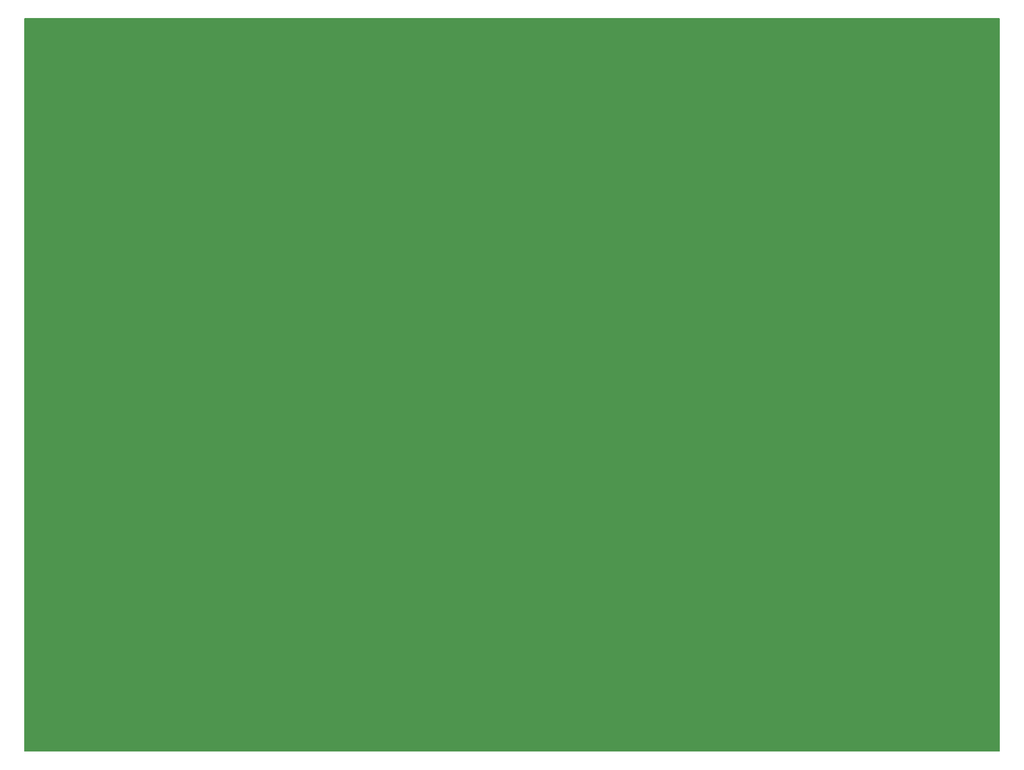
<source format=gbr>
%TF.GenerationSoftware,KiCad,Pcbnew,(7.0.0-0)*%
%TF.CreationDate,2023-04-09T16:08:55-07:00*%
%TF.ProjectId,Top,546f702e-6b69-4636-9164-5f7063625858,rev?*%
%TF.SameCoordinates,Original*%
%TF.FileFunction,Soldermask,Bot*%
%TF.FilePolarity,Negative*%
%FSLAX46Y46*%
G04 Gerber Fmt 4.6, Leading zero omitted, Abs format (unit mm)*
G04 Created by KiCad (PCBNEW (7.0.0-0)) date 2023-04-09 16:08:55*
%MOMM*%
%LPD*%
G01*
G04 APERTURE LIST*
%ADD10C,0.150000*%
%ADD11C,4.700000*%
G04 APERTURE END LIST*
D10*
X40770000Y-162710000D02*
X214580000Y-162710000D01*
X214580000Y-162710000D02*
X214580000Y-32020000D01*
X214580000Y-32020000D02*
X40770000Y-32020000D01*
X40770000Y-32020000D02*
X40770000Y-162710000D01*
G36*
X40770000Y-162710000D02*
G01*
X214580000Y-162710000D01*
X214580000Y-32020000D01*
X40770000Y-32020000D01*
X40770000Y-162710000D01*
G37*
D11*
%TO.C,TH1*%
X63577000Y-102850000D03*
%TD*%
%TO.C,TH2*%
X77738053Y-95648552D03*
%TD*%
%TO.C,TH3*%
X103842000Y-65900000D03*
%TD*%
%TO.C,TH4*%
X180692000Y-68300000D03*
%TD*%
%TO.C,TH5*%
X103932000Y-103850000D03*
%TD*%
%TO.C,TH6*%
X180677000Y-106415000D03*
%TD*%
M02*

</source>
